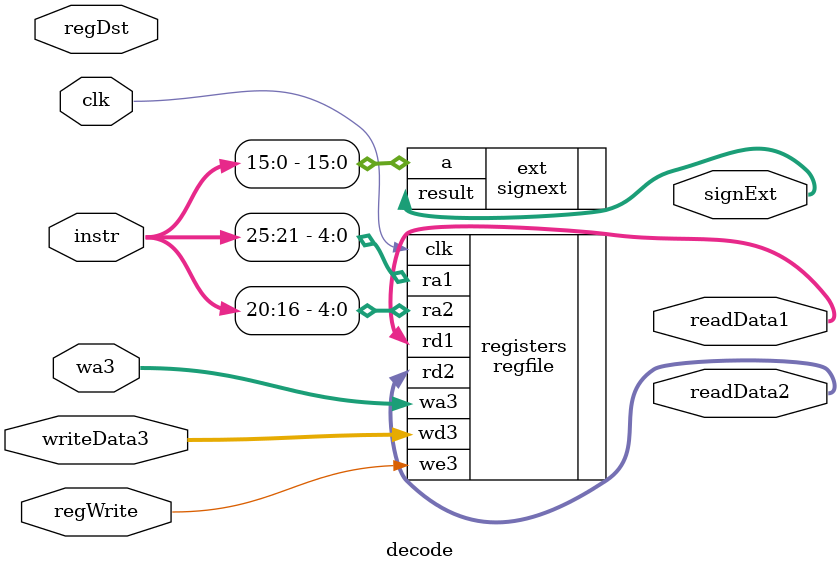
<source format=sv>


module decode 
    #(parameter N = 32)
    (input logic regWrite, clk,
    input logic [1:0] regDst,
	input logic [4:0] wa3,
    input logic [N-1:0] writeData3, instr,
	output logic [N-1:0] signExt, readData1, readData2 
	);		
	
	                                                       // read address rs **** read address rt
	regfile 		registers(.clk(clk), .we3(regWrite), .ra1(instr[25:21]), .ra2(instr[20:16]), .wa3(wa3), 
								 .wd3(writeData3), .rd1(readData1), .rd2(readData2));
									
	signext 		ext		(.a(instr[15:0]), .result(signExt));	
	
endmodule
</source>
